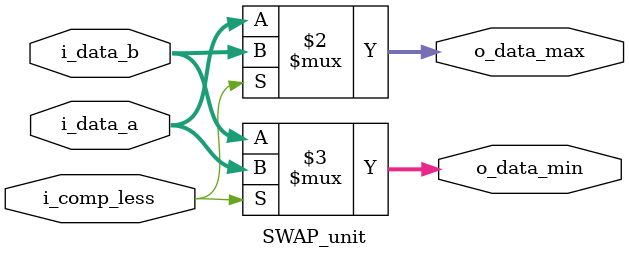
<source format=sv>
module SWAP_unit #(
    parameter SIZE_DATA = 8
)(
    input logic                     i_comp_less , // i_comp_less = i_data_a < i_data_b
    input logic [SIZE_DATA-1:0]     i_data_a    ,
    input logic [SIZE_DATA-1:0]     i_data_b    ,
    output logic [SIZE_DATA-1:0]    o_data_max  ,
    output logic [SIZE_DATA-1:0]    o_data_min   
);

always_comb begin : PROC_MAIN_DATA
    o_data_max = (i_comp_less)  ? i_data_b : i_data_a;
    o_data_min = (i_comp_less)  ? i_data_a : i_data_b;
end

endmodule

</source>
